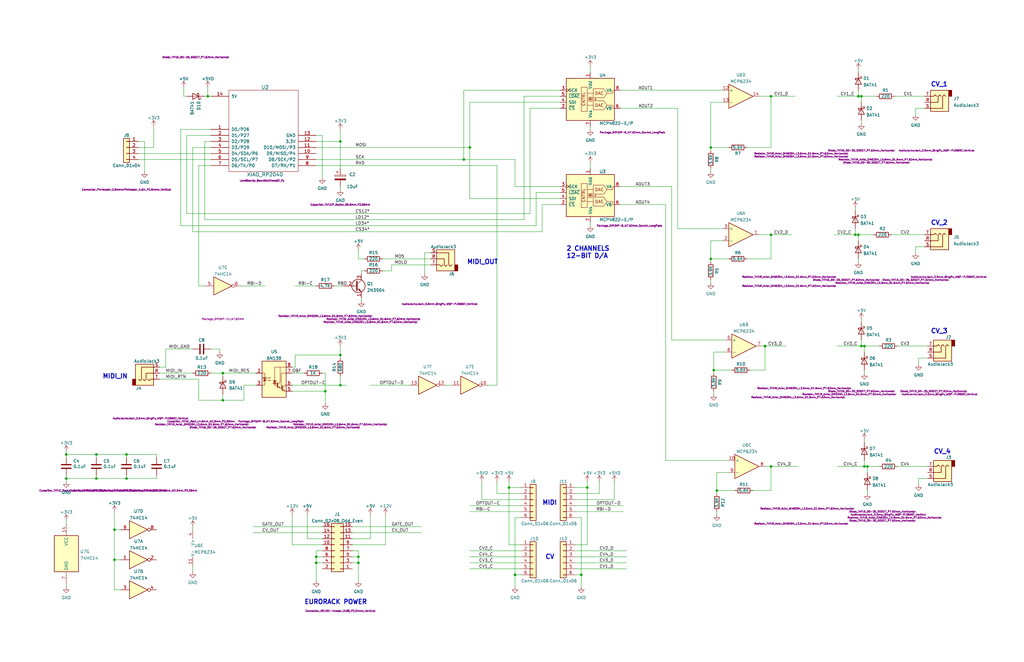
<source format=kicad_sch>
(kicad_sch (version 20211123) (generator eeschema)
  (paper "B")
  (title_block (title "SYNTH MIDI CONTROLLER") (date "2022-09-23") (rev "1") (company "LAND BOARDS LLC") (comment 1 "https://note.com/solder_state/n/n17e028497eba"))
  (junction (at 245.11 242.57))
  (junction (at 300.99 156.21))
  (junction (at 151.13 237.49))
  (junction (at 40.64 191.77))
  (junction (at 133.35 234.95))
  (junction (at 40.64 201.93))
  (junction (at 87.63 40.64))
  (junction (at 143.51 59.69))
  (junction (at 198.12 62.23))
  (junction (at 27.94 191.77))
  (junction (at 363.22 40.64))
  (junction (at 143.51 162.56))
  (junction (at 93.98 168.91))
  (junction (at 214.63 205.74))
  (junction (at 361.95 99.06))
  (junction (at 143.51 149.86))
  (junction (at 53.34 191.77))
  (junction (at 137.16 165.1))
  (junction (at 48.26 223.52))
  (junction (at 299.72 62.23))
  (junction (at 217.17 242.57))
  (junction (at 325.12 99.06))
  (junction (at 151.13 234.95))
  (junction (at 93.98 157.48))
  (junction (at 322.58 146.05))
  (junction (at 364.49 146.05))
  (junction (at 325.12 196.85))
  (junction (at 365.76 196.85))
  (junction (at 302.26 207.01))
  (junction (at 364.49 196.85))
  (junction (at 363.22 146.05))
  (junction (at 133.35 237.49))
  (junction (at 27.94 201.93))
  (junction (at 195.58 67.31))
  (junction (at 48.26 236.22))
  (junction (at 247.65 205.74))
  (junction (at 299.72 109.22))
  (junction (at 325.12 40.64))
  (junction (at 53.34 201.93))
  (junction (at 361.95 40.64))
  (junction (at 360.68 99.06))
  (wire (pts (xy 93.98 168.91) (xy 93.98 166.37)))
  (wire (pts (xy 283.21 78.74) (xy 283.21 143.51)))
  (wire (pts (xy 87.63 40.64) (xy 88.9 40.64)))
  (wire (pts (xy 88.9 57.15) (xy 78.74 57.15)))
  (wire (pts (xy 123.19 217.17) (xy 123.19 229.87)))
  (wire (pts (xy 151.13 234.95) (xy 151.13 237.49)))
  (wire (pts (xy 217.17 242.57) (xy 217.17 247.65)))
  (wire (pts (xy 48.26 236.22) (xy 50.8 236.22)))
  (wire (pts (xy 124.46 154.94) (xy 124.46 149.86)))
  (wire (pts (xy 377.19 40.64) (xy 389.89 40.64)))
  (wire (pts (xy 83.82 168.91) (xy 93.98 168.91)))
  (wire (pts (xy 133.35 59.69) (xy 143.51 59.69)))
  (wire (pts (xy 198.12 213.36) (xy 219.71 213.36)))
  (wire (pts (xy 148.59 229.87) (xy 162.56 229.87)))
  (wire (pts (xy 322.58 156.21) (xy 322.58 146.05)))
  (wire (pts (xy 308.61 156.21) (xy 300.99 156.21)))
  (wire (pts (xy 360.68 87.63) (xy 360.68 88.9)))
  (wire (pts (xy 60.96 59.69) (xy 60.96 72.39)))
  (wire (pts (xy 102.87 168.91) (xy 102.87 162.56)))
  (wire (pts (xy 261.62 86.36) (xy 280.67 86.36)))
  (wire (pts (xy 299.72 109.22) (xy 299.72 101.6)))
  (wire (pts (xy 53.34 191.77) (xy 66.04 191.77)))
  (wire (pts (xy 81.28 238.76) (xy 81.28 241.3)))
  (wire (pts (xy 364.49 146.05) (xy 364.49 148.59)))
  (wire (pts (xy 361.95 29.21) (xy 361.95 30.48)))
  (wire (pts (xy 40.64 201.93) (xy 27.94 201.93)))
  (wire (pts (xy 179.07 106.68) (xy 179.07 115.57)))
  (wire (pts (xy 93.98 168.91) (xy 102.87 168.91)))
  (wire (pts (xy 386.08 45.72) (xy 389.89 45.72)))
  (wire (pts (xy 101.6 120.65) (xy 111.76 120.65)))
  (wire (pts (xy 69.85 147.32) (xy 81.28 147.32)))
  (wire (pts (xy 198.12 215.9) (xy 219.71 215.9)))
  (wire (pts (xy 248.92 93.98) (xy 248.92 95.25)))
  (wire (pts (xy 325.12 196.85) (xy 336.55 196.85)))
  (wire (pts (xy 27.94 190.5) (xy 27.94 191.77)))
  (wire (pts (xy 242.57 205.74) (xy 247.65 205.74)))
  (wire (pts (xy 148.59 222.25) (xy 177.8 222.25)))
  (wire (pts (xy 27.94 191.77) (xy 27.94 193.04)))
  (wire (pts (xy 242.57 234.95) (xy 264.16 234.95)))
  (wire (pts (xy 214.63 205.74) (xy 219.71 205.74)))
  (wire (pts (xy 209.55 208.28) (xy 219.71 208.28)))
  (wire (pts (xy 151.13 105.41) (xy 151.13 109.22)))
  (wire (pts (xy 140.97 120.65) (xy 144.78 120.65)))
  (wire (pts (xy 86.36 40.64) (xy 87.63 40.64)))
  (wire (pts (xy 86.36 59.69) (xy 86.36 92.71)))
  (wire (pts (xy 27.94 246.38) (xy 27.94 247.65)))
  (wire (pts (xy 363.22 134.62) (xy 363.22 135.89)))
  (wire (pts (xy 261.62 78.74) (xy 283.21 78.74)))
  (wire (pts (xy 309.88 207.01) (xy 302.26 207.01)))
  (wire (pts (xy 307.34 109.22) (xy 299.72 109.22)))
  (wire (pts (xy 219.71 218.44) (xy 217.17 218.44)))
  (wire (pts (xy 386.08 106.68) (xy 386.08 104.14)))
  (wire (pts (xy 161.29 109.22) (xy 181.61 109.22)))
  (wire (pts (xy 387.35 153.67) (xy 387.35 151.13)))
  (wire (pts (xy 364.49 194.31) (xy 364.49 196.85)))
  (wire (pts (xy 247.65 205.74) (xy 247.65 229.87)))
  (wire (pts (xy 242.57 213.36) (xy 262.89 213.36)))
  (wire (pts (xy 242.57 210.82) (xy 259.08 210.82)))
  (wire (pts (xy 137.16 165.1) (xy 137.16 170.18)))
  (wire (pts (xy 162.56 217.17) (xy 162.56 229.87)))
  (wire (pts (xy 236.22 86.36) (xy 228.6 86.36)))
  (wire (pts (xy 322.58 146.05) (xy 331.47 146.05)))
  (wire (pts (xy 223.52 45.72) (xy 223.52 90.17)))
  (wire (pts (xy 123.19 154.94) (xy 124.46 154.94)))
  (wire (pts (xy 135.89 229.87) (xy 123.19 229.87)))
  (wire (pts (xy 361.95 99.06) (xy 361.95 101.6)))
  (wire (pts (xy 40.64 191.77) (xy 53.34 191.77)))
  (wire (pts (xy 78.74 57.15) (xy 78.74 90.17)))
  (wire (pts (xy 198.12 237.49) (xy 219.71 237.49)))
  (wire (pts (xy 77.47 36.83) (xy 77.47 40.64)))
  (wire (pts (xy 365.76 196.85) (xy 365.76 199.39)))
  (wire (pts (xy 317.5 207.01) (xy 325.12 207.01)))
  (wire (pts (xy 148.59 232.41) (xy 151.13 232.41)))
  (wire (pts (xy 365.76 196.85) (xy 370.84 196.85)))
  (wire (pts (xy 363.22 143.51) (xy 363.22 146.05)))
  (wire (pts (xy 48.26 236.22) (xy 48.26 248.92)))
  (wire (pts (xy 53.34 200.66) (xy 53.34 201.93)))
  (wire (pts (xy 387.35 151.13) (xy 391.16 151.13)))
  (wire (pts (xy 135.89 157.48) (xy 137.16 157.48)))
  (wire (pts (xy 86.36 59.69) (xy 88.9 59.69)))
  (wire (pts (xy 364.49 185.42) (xy 364.49 186.69)))
  (wire (pts (xy 48.26 215.9) (xy 48.26 223.52)))
  (wire (pts (xy 248.92 68.58) (xy 248.92 71.12)))
  (wire (pts (xy 299.72 118.11) (xy 299.72 119.38)))
  (wire (pts (xy 299.72 101.6) (xy 304.8 101.6)))
  (wire (pts (xy 66.04 201.93) (xy 53.34 201.93)))
  (wire (pts (xy 217.17 67.31) (xy 195.58 67.31)))
  (wire (pts (xy 217.17 218.44) (xy 217.17 242.57)))
  (wire (pts (xy 161.29 114.3) (xy 165.1 114.3)))
  (wire (pts (xy 77.47 40.64) (xy 78.74 40.64)))
  (wire (pts (xy 83.82 69.85) (xy 83.82 120.65)))
  (wire (pts (xy 106.68 222.25) (xy 135.89 222.25)))
  (wire (pts (xy 314.96 62.23) (xy 325.12 62.23)))
  (wire (pts (xy 321.31 146.05) (xy 322.58 146.05)))
  (wire (pts (xy 135.89 232.41) (xy 133.35 232.41)))
  (wire (pts (xy 102.87 162.56) (xy 107.95 162.56)))
  (wire (pts (xy 124.46 149.86) (xy 143.51 149.86)))
  (wire (pts (xy 386.08 48.26) (xy 386.08 45.72)))
  (wire (pts (xy 198.12 83.82) (xy 198.12 62.23)))
  (wire (pts (xy 387.35 204.47) (xy 387.35 201.93)))
  (wire (pts (xy 88.9 147.32) (xy 92.71 147.32)))
  (wire (pts (xy 50.8 248.92) (xy 48.26 248.92)))
  (wire (pts (xy 322.58 196.85) (xy 325.12 196.85)))
  (wire (pts (xy 143.51 149.86) (xy 143.51 151.13)))
  (wire (pts (xy 48.26 223.52) (xy 48.26 236.22)))
  (wire (pts (xy 353.06 40.64) (xy 361.95 40.64)))
  (wire (pts (xy 245.11 242.57) (xy 242.57 242.57)))
  (wire (pts (xy 124.46 120.65) (xy 133.35 120.65)))
  (wire (pts (xy 228.6 86.36) (xy 228.6 97.79)))
  (wire (pts (xy 198.12 232.41) (xy 219.71 232.41)))
  (wire (pts (xy 242.57 232.41) (xy 264.16 232.41)))
  (wire (pts (xy 135.89 227.33) (xy 129.54 227.33)))
  (wire (pts (xy 133.35 237.49) (xy 135.89 237.49)))
  (wire (pts (xy 363.22 40.64) (xy 363.22 43.18)))
  (wire (pts (xy 242.57 215.9) (xy 262.89 215.9)))
  (wire (pts (xy 299.72 43.18) (xy 304.8 43.18)))
  (wire (pts (xy 283.21 143.51) (xy 306.07 143.51)))
  (wire (pts (xy 93.98 157.48) (xy 93.98 158.75)))
  (wire (pts (xy 325.12 40.64) (xy 335.28 40.64)))
  (wire (pts (xy 280.67 86.36) (xy 280.67 194.31)))
  (wire (pts (xy 361.95 110.49) (xy 361.95 109.22)))
  (wire (pts (xy 242.57 237.49) (xy 264.16 237.49)))
  (wire (pts (xy 40.64 200.66) (xy 40.64 201.93)))
  (wire (pts (xy 151.13 109.22) (xy 153.67 109.22)))
  (wire (pts (xy 83.82 120.65) (xy 86.36 120.65)))
  (wire (pts (xy 58.42 59.69) (xy 60.96 59.69)))
  (wire (pts (xy 285.75 96.52) (xy 304.8 96.52)))
  (wire (pts (xy 66.04 200.66) (xy 66.04 201.93)))
  (wire (pts (xy 27.94 201.93) (xy 27.94 200.66)))
  (wire (pts (xy 133.35 67.31) (xy 195.58 67.31)))
  (wire (pts (xy 214.63 203.2) (xy 214.63 205.74)))
  (wire (pts (xy 363.22 40.64) (xy 369.57 40.64)))
  (wire (pts (xy 151.13 232.41) (xy 151.13 234.95)))
  (wire (pts (xy 242.57 240.03) (xy 264.16 240.03)))
  (wire (pts (xy 165.1 111.76) (xy 181.61 111.76)))
  (wire (pts (xy 299.72 62.23) (xy 299.72 63.5)))
  (wire (pts (xy 236.22 83.82) (xy 198.12 83.82)))
  (wire (pts (xy 53.34 201.93) (xy 40.64 201.93)))
  (wire (pts (xy 300.99 148.59) (xy 306.07 148.59)))
  (wire (pts (xy 133.35 69.85) (xy 209.55 69.85)))
  (wire (pts (xy 148.59 224.79) (xy 177.8 224.79)))
  (wire (pts (xy 220.98 92.71) (xy 220.98 40.64)))
  (wire (pts (xy 87.63 36.83) (xy 87.63 40.64)))
  (wire (pts (xy 58.42 64.77) (xy 88.9 64.77)))
  (wire (pts (xy 242.57 218.44) (xy 245.11 218.44)))
  (wire (pts (xy 179.07 106.68) (xy 181.61 106.68)))
  (wire (pts (xy 280.67 194.31) (xy 307.34 194.31)))
  (wire (pts (xy 325.12 99.06) (xy 334.01 99.06)))
  (wire (pts (xy 247.65 229.87) (xy 242.57 229.87)))
  (wire (pts (xy 325.12 62.23) (xy 325.12 40.64)))
  (wire (pts (xy 364.49 196.85) (xy 365.76 196.85)))
  (wire (pts (xy 299.72 71.12) (xy 299.72 72.39)))
  (wire (pts (xy 214.63 205.74) (xy 214.63 229.87)))
  (wire (pts (xy 88.9 157.48) (xy 93.98 157.48)))
  (wire (pts (xy 152.4 115.57) (xy 152.4 114.3)))
  (wire (pts (xy 302.26 199.39) (xy 307.34 199.39)))
  (wire (pts (xy 195.58 38.1) (xy 195.58 67.31)))
  (wire (pts (xy 133.35 232.41) (xy 133.35 234.95)))
  (wire (pts (xy 245.11 242.57) (xy 245.11 247.65)))
  (wire (pts (xy 143.51 162.56) (xy 143.51 158.75)))
  (wire (pts (xy 133.35 57.15) (xy 135.89 57.15)))
  (wire (pts (xy 261.62 38.1) (xy 304.8 38.1)))
  (wire (pts (xy 27.94 191.77) (xy 40.64 191.77)))
  (wire (pts (xy 252.73 203.2) (xy 252.73 208.28)))
  (wire (pts (xy 86.36 92.71) (xy 220.98 92.71)))
  (wire (pts (xy 325.12 207.01) (xy 325.12 196.85)))
  (wire (pts (xy 78.74 90.17) (xy 223.52 90.17)))
  (wire (pts (xy 81.28 222.25) (xy 81.28 223.52)))
  (wire (pts (xy 242.57 208.28) (xy 252.73 208.28)))
  (wire (pts (xy 198.12 43.18) (xy 236.22 43.18)))
  (wire (pts (xy 302.26 215.9) (xy 302.26 217.17)))
  (wire (pts (xy 217.17 78.74) (xy 217.17 67.31)))
  (wire (pts (xy 360.68 96.52) (xy 360.68 99.06)))
  (wire (pts (xy 143.51 80.01) (xy 143.51 78.74)))
  (wire (pts (xy 48.26 223.52) (xy 50.8 223.52)))
  (wire (pts (xy 220.98 40.64) (xy 236.22 40.64)))
  (wire (pts (xy 76.2 95.25) (xy 226.06 95.25)))
  (wire (pts (xy 361.95 40.64) (xy 363.22 40.64)))
  (wire (pts (xy 223.52 45.72) (xy 236.22 45.72)))
  (wire (pts (xy 248.92 53.34) (xy 248.92 54.61)))
  (wire (pts (xy 76.2 54.61) (xy 76.2 95.25)))
  (wire (pts (xy 300.99 156.21) (xy 300.99 148.59)))
  (wire (pts (xy 152.4 125.73) (xy 152.4 127)))
  (wire (pts (xy 67.31 154.94) (xy 69.85 154.94)))
  (wire (pts (xy 364.49 157.48) (xy 364.49 156.21)))
  (wire (pts (xy 133.35 237.49) (xy 133.35 245.11)))
  (wire (pts (xy 198.12 240.03) (xy 219.71 240.03)))
  (wire (pts (xy 325.12 109.22) (xy 325.12 99.06)))
  (wire (pts (xy 226.06 95.25) (xy 226.06 81.28)))
  (wire (pts (xy 361.95 99.06) (xy 368.3 99.06)))
  (wire (pts (xy 360.68 99.06) (xy 361.95 99.06)))
  (wire (pts (xy 198.12 234.95) (xy 219.71 234.95)))
  (wire (pts (xy 93.98 157.48) (xy 107.95 157.48)))
  (wire (pts (xy 314.96 109.22) (xy 325.12 109.22)))
  (wire (pts (xy 143.51 162.56) (xy 146.05 162.56)))
  (wire (pts (xy 156.21 227.33) (xy 156.21 217.17)))
  (wire (pts (xy 187.96 162.56) (xy 190.5 162.56)))
  (wire (pts (xy 245.11 218.44) (xy 245.11 242.57)))
  (wire (pts (xy 217.17 242.57) (xy 219.71 242.57)))
  (wire (pts (xy 247.65 205.74) (xy 247.65 203.2)))
  (wire (pts (xy 67.31 160.02) (xy 83.82 160.02)))
  (wire (pts (xy 363.22 52.07) (xy 363.22 50.8)))
  (wire (pts (xy 27.94 201.93) (xy 27.94 203.2)))
  (wire (pts (xy 387.35 201.93) (xy 391.16 201.93)))
  (wire (pts (xy 151.13 237.49) (xy 151.13 245.11)))
  (wire (pts (xy 363.22 146.05) (xy 364.49 146.05)))
  (wire (pts (xy 203.2 210.82) (xy 219.71 210.82)))
  (wire (pts (xy 316.23 156.21) (xy 322.58 156.21)))
  (wire (pts (xy 40.64 191.77) (xy 40.64 193.04)))
  (wire (pts (xy 378.46 196.85) (xy 391.16 196.85)))
  (wire (pts (xy 66.04 193.04) (xy 66.04 191.77)))
  (wire (pts (xy 137.16 157.48) (xy 137.16 165.1)))
  (wire (pts (xy 53.34 191.77) (xy 53.34 193.04)))
  (wire (pts (xy 156.21 162.56) (xy 172.72 162.56)))
  (wire (pts (xy 302.26 207.01) (xy 302.26 208.28)))
  (wire (pts (xy 81.28 62.23) (xy 88.9 62.23)))
  (wire (pts (xy 133.35 234.95) (xy 135.89 234.95)))
  (wire (pts (xy 92.71 147.32) (xy 92.71 148.59)))
  (wire (pts (xy 143.51 54.61) (xy 143.51 59.69)))
  (wire (pts (xy 299.72 109.22) (xy 299.72 110.49)))
  (wire (pts (xy 320.04 40.64) (xy 325.12 40.64)))
  (wire (pts (xy 83.82 160.02) (xy 83.82 168.91)))
  (wire (pts (xy 133.35 234.95) (xy 133.35 237.49)))
  (wire (pts (xy 148.59 237.49) (xy 151.13 237.49)))
  (wire (pts (xy 351.79 99.06) (xy 360.68 99.06)))
  (wire (pts (xy 106.68 224.79) (xy 135.89 224.79)))
  (wire (pts (xy 88.9 54.61) (xy 76.2 54.61)))
  (wire (pts (xy 143.51 146.05) (xy 143.51 149.86)))
  (wire (pts (xy 300.99 165.1) (xy 300.99 166.37)))
  (wire (pts (xy 214.63 229.87) (xy 219.71 229.87)))
  (wire (pts (xy 353.06 146.05) (xy 363.22 146.05)))
  (wire (pts (xy 259.08 210.82) (xy 259.08 203.2)))
  (wire (pts (xy 152.4 114.3) (xy 153.67 114.3)))
  (wire (pts (xy 302.26 207.01) (xy 302.26 199.39)))
  (wire (pts (xy 209.55 203.2) (xy 209.55 208.28)))
  (wire (pts (xy 123.19 165.1) (xy 137.16 165.1)))
  (wire (pts (xy 64.77 62.23) (xy 64.77 53.34)))
  (wire (pts (xy 353.06 196.85) (xy 364.49 196.85)))
  (wire (pts (xy 203.2 203.2) (xy 203.2 210.82)))
  (wire (pts (xy 165.1 114.3) (xy 165.1 111.76)))
  (wire (pts (xy 133.35 62.23) (xy 198.12 62.23)))
  (wire (pts (xy 135.89 57.15) (xy 135.89 74.93)))
  (wire (pts (xy 236.22 78.74) (xy 217.17 78.74)))
  (wire (pts (xy 378.46 146.05) (xy 391.16 146.05)))
  (wire (pts (xy 285.75 45.72) (xy 285.75 96.52)))
  (wire (pts (xy 320.04 99.06) (xy 325.12 99.06)))
  (wire (pts (xy 205.74 162.56) (xy 209.55 162.56)))
  (wire (pts (xy 386.08 104.14) (xy 389.89 104.14)))
  (wire (pts (xy 261.62 45.72) (xy 285.75 45.72)))
  (wire (pts (xy 148.59 227.33) (xy 156.21 227.33)))
  (wire (pts (xy 299.72 62.23) (xy 299.72 43.18)))
  (wire (pts (xy 129.54 227.33) (xy 129.54 217.17)))
  (wire (pts (xy 365.76 208.28) (xy 365.76 207.01)))
  (wire (pts (xy 58.42 62.23) (xy 64.77 62.23)))
  (wire (pts (xy 148.59 234.95) (xy 151.13 234.95)))
  (wire (pts (xy 58.42 67.31) (xy 88.9 67.31)))
  (wire (pts (xy 300.99 156.21) (xy 300.99 157.48)))
  (wire (pts (xy 209.55 69.85) (xy 209.55 162.56)))
  (wire (pts (xy 81.28 157.48) (xy 67.31 157.48)))
  (wire (pts (xy 226.06 81.28) (xy 236.22 81.28)))
  (wire (pts (xy 123.19 162.56) (xy 143.51 162.56)))
  (wire (pts (xy 88.9 69.85) (xy 83.82 69.85)))
  (wire (pts (xy 307.34 62.23) (xy 299.72 62.23)))
  (wire (pts (xy 69.85 154.94) (xy 69.85 147.32)))
  (wire (pts (xy 123.19 157.48) (xy 128.27 157.48)))
  (wire (pts (xy 364.49 146.05) (xy 370.84 146.05)))
  (wire (pts (xy 248.92 27.94) (xy 248.92 30.48)))
  (wire (pts (xy 143.51 71.12) (xy 143.51 59.69)))
  (wire (pts (xy 228.6 97.79) (xy 81.28 97.79)))
  (wire (pts (xy 361.95 38.1) (xy 361.95 40.64)))
  (wire (pts (xy 195.58 38.1) (xy 236.22 38.1)))
  (wire (pts (xy 81.28 97.79) (xy 81.28 62.23)))
  (wire (pts (xy 198.12 43.18) (xy 198.12 62.23)))
  (wire (pts (xy 27.94 219.71) (xy 27.94 220.98)))
  (wire (pts (xy 375.92 99.06) (xy 389.89 99.06)))
  (text "CV_1" (at 392.43 36.83 0) (effects (font (size 1.905 1.905) (thickness 0.381) bold) (justify left bottom)))
  (text "CV_3" (at 392.43 140.97 0) (effects (font (size 1.905 1.905) (thickness 0.381) bold) (justify left bottom)))
  (text "MIDI_IN" (at 43.18 160.02 0) (effects (font (size 1.905 1.905) (thickness 0.381) bold) (justify left bottom)))
  (text "2 CHANNELS\n12-BIT D/A" (at 238.76 109.22 0) (effects (font (size 1.905 1.905) (thickness 0.381) bold) (justify left bottom)))
  (text "MIDI_OUT" (at 196.85 111.76 0) (effects (font (size 1.905 1.905) (thickness 0.381) bold) (justify left bottom)))
  (text "MIDI" (at 228.6 213.36 0) (effects (font (size 1.905 1.905) (thickness 0.381) bold) (justify left bottom)))
  (text "CV" (at 229.87 236.22 0) (effects (font (size 1.905 1.905) (thickness 0.381) bold) (justify left bottom)))
  (text "CV_4" (at 393.7 191.77 0) (effects (font (size 1.905 1.905) (thickness 0.381) bold) (justify left bottom)))
  (text "CV_2" (at 392.43 95.25 0) (effects (font (size 1.905 1.905) (thickness 0.381) bold) (justify left bottom)))
  (text "EURORACK POWER" (at 128.27 255.27 0) (effects (font (size 1.905 1.905) (thickness 0.381) bold) (justify left bottom)))
  (label "CV3_C" (at 201.93 237.49 0))
  (label "CV4_C" (at 201.93 234.95 0))
  (label "RBI-C" (at 125.73 120.65 0))
  (label "CS34*" (at 149.86 97.79 0))
  (label "OPTOUT-D" (at 160.02 162.56 0))
  (label "OBF" (at 123.19 157.48 0))
  (label "CV4" (at 379.73 196.85 0))
  (label "CV3_C" (at 355.6 146.05 0))
  (label "CV2_D" (at 326.39 99.06 0))
  (label "CV1_D" (at 252.73 240.03 0))
  (label "MIDI_GND" (at 71.12 147.32 0))
  (label "AOUT1" (at 269.24 38.1 0))
  (label "GATE_OUT" (at 110.49 222.25 0))
  (label "MIDI_RTN" (at 69.85 160.02 0))
  (label "AOUT4" (at 267.97 86.36 0))
  (label "RXD" (at 149.86 69.85 0))
  (label "MIDI_IN" (at 69.85 157.48 0))
  (label "CV1_C" (at 354.33 40.64 0))
  (label "CV4_D" (at 252.73 234.95 0))
  (label "MIDI_RES" (at 96.52 157.48 0))
  (label "CV3" (at 379.73 146.05 0))
  (label "CV_OUT" (at 165.1 224.79 0))
  (label "AOUT3" (at 267.97 78.74 0))
  (label "RBI-D" (at 251.46 215.9 0))
  (label "LD12*" (at 149.86 92.71 0))
  (label "CV4_C" (at 355.6 196.85 0))
  (label "CV_OUT" (at 110.49 224.79 0))
  (label "AOUT2" (at 269.24 45.72 0))
  (label "MOSI" (at 149.86 62.23 0))
  (label "OPTOUT-D" (at 251.46 213.36 0))
  (label "CV3_D" (at 252.73 237.49 0))
  (label "CV4_D" (at 327.66 196.85 0))
  (label "CV3_D" (at 323.85 146.05 0))
  (label "SCK" (at 149.86 67.31 0))
  (label "CV1_C" (at 201.93 240.03 0))
  (label "MO5" (at 166.37 109.22 0))
  (label "CV1_D" (at 326.39 40.64 0))
  (label "CV1" (at 381 40.64 0))
  (label "CV2_C" (at 201.93 232.41 0))
  (label "OPTOUT-C" (at 200.66 213.36 0))
  (label "CV2" (at 379.73 99.06 0))
  (label "CS12*" (at 149.86 90.17 0))
  (label "GATE_OUT" (at 165.1 222.25 0))
  (label "RBO" (at 142.24 120.65 0))
  (label "OPTOUT-C" (at 127 162.56 0))
  (label "LD34*" (at 149.86 95.25 0))
  (label "CV2_C" (at 353.06 99.06 0))
  (label "RBI-C" (at 200.66 215.9 0))
  (label "RBI-D" (at 104.14 120.65 0))
  (label "CV2_D" (at 252.73 232.41 0))
  (label "MOLO" (at 166.37 111.76 0))
  (symbol (lib_id "power:GND") (at 135.89 74.93 0) (unit 1)
    (property "Reference" "#PWR0105" (effects hide))
    (property "Value" "GND" (at 135.89 79.4925 0))
  )
  (symbol (lib_id "Device:R") (at 313.69 207.01 90) (unit 1)
    (property "Reference" "R11" (at 313.69 204.47 90))
    (property "Value" "5.6K" (at 313.69 207.01 90))
    (property "Footprint" "Resistor_THT:R_Axial_DIN0204_L3.6mm_D1.6mm_P7.62mm_Horizontal" (at 337.82 220.98 90) (effects (font (size 0.762 0.762))))
    (property "Datasheet" "https://www.mouser.com/ProductDetail/Xicon/299-2.2K-RC?qs=QaPBMFBEHz3RDbXknTj%252ByA%3D%3D" (effects hide))
  )
  (symbol (lib_id "Device:R") (at 311.15 109.22 90) (unit 1)
    (property "Reference" "R6" (at 311.15 106.68 90))
    (property "Value" "5.6K" (at 311.15 109.22 90))
    (property "Footprint" "Resistor_THT:R_Axial_DIN0204_L3.6mm_D1.6mm_P7.62mm_Horizontal" (at 332.74 120.65 90) (effects (font (size 0.762 0.762))))
    (property "Datasheet" "https://www.mouser.com/ProductDetail/Xicon/299-2.2K-RC?qs=QaPBMFBEHz3RDbXknTj%252ByA%3D%3D" (effects hide))
  )
  (symbol (lib_id "power:+3.3V") (at 252.73 203.2 0) (unit 1)
    (property "Reference" "#PWR0133" (effects hide))
    (property "Value" "+3.3V" (at 252.73 199.5955 0))
  )
  (symbol (lib_id "74xx:74HC04") (at 180.34 162.56 0) (unit 6)
    (property "Reference" "U7" (at 180.34 154.7835 0))
    (property "Value" "74HC14" (at 180.34 157.5586 0))
    (property "Footprint" "Package_DIP:DIP-14_W7.62mm" (effects hide))
    (property "Datasheet" "https://www.mouser.com/ProductDetail/595-SN74HC14AN" (effects hide))
  )
  (symbol (lib_id "Device:D_Schottky") (at 361.95 105.41 270) (unit 1)
    (property "Reference" "D4" (at 363.982 104.184 90) (effects (justify left)))
    (property "Value" "BAT41" (at 363.982 106.9591 90) (effects (justify left)))
    (property "Footprint" "Diode_THT:D_DO-35_SOD27_P7.62mm_Horizontal" (at 386.08 118.11 90) (effects (font (size 0.762 0.762))))
  )
  (symbol (lib_id "power:+5V") (at 151.13 105.41 0) (unit 1)
    (property "Reference" "#PWR0107" (effects hide))
    (property "Value" "+5V" (at 151.13 101.8055 0))
  )
  (symbol (lib_id "Analog_DAC:MCP4822") (at 248.92 40.64 0) (unit 1)
    (property "Reference" "U4" (at 252.73 31.75 0) (effects (justify left)))
    (property "Value" "MCP4822-E/P" (at 252.73 52.07 0) (effects (justify left)))
    (property "Footprint" "Package_DIP:DIP-8_W7.62mm_Socket_LongPads" (at 266.7 55.88 0) (effects (font (size 0.762 0.762))))
    (property "Datasheet" "http://ww1.microchip.com/downloads/en/DeviceDoc/20002249B.pdf" (effects hide))
  )
  (symbol (lib_id "power:GND") (at 179.07 115.57 0) (unit 1)
    (property "Reference" "#PWR0136" (effects hide))
    (property "Value" "GND" (at 179.07 120.1325 0))
  )
  (symbol (lib_id "power:+5V") (at 363.22 134.62 0) (unit 1)
    (property "Reference" "#PWR0110" (effects hide))
    (property "Value" "+5V" (at 363.22 131.0155 0))
  )
  (symbol (lib_id "Analog_DAC:MCP4822") (at 248.92 81.28 0) (unit 1)
    (property "Reference" "U3" (at 252.73 72.39 0) (effects (justify left)))
    (property "Value" "MCP4822-E/P" (at 252.73 92.71 0) (effects (justify left)))
    (property "Footprint" "Package_DIP:DIP-8_W7.62mm_Socket_LongPads" (at 265.43 95.25 0) (effects (font (size 0.762 0.762))))
    (property "Datasheet" "http://ww1.microchip.com/downloads/en/DeviceDoc/20002249B.pdf" (effects hide))
  )
  (symbol (lib_id "Device:R") (at 85.09 157.48 90) (unit 1)
    (property "Reference" "R13" (at 85.09 154.94 90))
    (property "Value" "220" (at 85.09 157.48 90))
    (property "Footprint" "Resistor_THT:R_Axial_DIN0204_L3.6mm_D1.6mm_P7.62mm_Horizontal" (at 85.09 179.07 90) (effects (font (size 0.762 0.762))))
    (property "Datasheet" "https://www.mouser.com/ProductDetail/Xicon/299-2.2K-RC?qs=QaPBMFBEHz3RDbXknTj%252ByA%3D%3D" (effects hide))
  )
  (symbol (lib_id "power:GND") (at 133.35 245.11 0) (unit 1)
    (property "Reference" "#PWR0125" (effects hide))
    (property "Value" "GND" (at 133.35 249.6725 0))
  )
  (symbol (lib_id "Device:C") (at 85.09 147.32 90) (unit 1)
    (property "Reference" "C8" (at 86.36 143.51 90) (effects (justify left)))
    (property "Value" "0.1uF" (at 85.09 151.13 90))
    (property "Footprint" "Capacitor_THT:C_Rect_L4.0mm_W2.5mm_P2.50mm" (at 99.06 177.8 90) (effects (font (size 0.762 0.762)) (justify left)))
    (property "Datasheet" "https://www.mouser.com/ProductDetail/TDK/FG18X7R1H473KNT06?qs=qf2ddTMq67Ua7q%2FdN4IhqA%3D%3D" (effects hide))
  )
  (symbol (lib_id "Connector:AudioJack3") (at 186.69 109.22 0) (mirror y) (unit 1)
    (property "Reference" "J6" (at 189.23 115.57 0) (effects (justify right)))
    (property "Value" "AudioJack3" (at 181.61 104.14 0) (effects (justify right)))
    (property "Footprint" "AudioJacks:Jack_3.5mm_QingPu_WQP-PJ366ST_Vertical" (at 185.42 128.27 0) (effects (font (size 0.762 0.762))))
    (property "Datasheet" "https://www.mouser.com/ProductDetail/490-SJ1-3523N" (effects hide))
  )
  (symbol (lib_id "power:GND") (at 387.35 204.47 0) (unit 1)
    (property "Reference" "#PWR0131" (effects hide))
    (property "Value" "GND" (at 387.35 209.0325 0))
  )
  (symbol (lib_id "Connector_Generic:Conn_01x04") (at 53.34 62.23 0) (mirror y) (unit 1)
    (property "Reference" "J8" (at 53.34 57.15 0))
    (property "Value" "Conn_01x04" (at 53.34 69.85 0))
    (property "Footprint" "Connector_PinHeader_2.54mm:PinHeader_1x04_P2.54mm_Vertical" (at 53.34 80.01 0) (effects (font (size 0.762 0.762))))
  )
  (symbol (lib_id "Amplifier_Operational:MCP6004") (at 312.42 99.06 0) (unit 1)
    (property "Reference" "U6" (at 312.42 90.0135 0))
    (property "Value" "MCP6234" (at 312.42 92.7886 0))
    (property "Footprint" "Package_DIP:DIP-14_W7.62mm" (effects hide))
    (property "Datasheet" "http://ww1.microchip.com/downloads/en/DeviceDoc/21733j.pdf" (effects hide))
  )
  (symbol (lib_id "Amplifier_Operational:MCP6004") (at 83.82 231.14 0) (unit 5)
    (property "Reference" "U6" (at 81.915 230.2315 0) (effects (justify left)))
    (property "Value" "MCP6234" (at 81.915 233.0066 0) (effects (justify left)))
    (property "Footprint" "Package_DIP:DIP-14_W7.62mm" (effects hide))
    (property "Datasheet" "http://ww1.microchip.com/downloads/en/DeviceDoc/21733j.pdf" (effects hide))
  )
  (symbol (lib_id "power:GND") (at 300.99 166.37 0) (unit 1)
    (property "Reference" "#PWR0143" (effects hide))
    (property "Value" "GND" (at 300.99 170.9325 0))
  )
  (symbol (lib_id "Device:R") (at 157.48 114.3 90) (unit 1)
    (property "Reference" "R16" (at 157.48 111.76 90))
    (property "Value" "220" (at 157.48 114.3 90))
    (property "Footprint" "Resistor_THT:R_Axial_DIN0204_L3.6mm_D1.6mm_P7.62mm_Horizontal" (at 157.48 134.62 90) (effects (font (size 0.762 0.762))))
    (property "Datasheet" "https://www.mouser.com/ProductDetail/Xicon/299-2.2K-RC?qs=QaPBMFBEHz3RDbXknTj%252ByA%3D%3D" (effects hide))
  )
  (symbol (lib_id "Device:D_Schottky") (at 360.68 92.71 270) (unit 1)
    (property "Reference" "D3" (at 362.712 91.484 90) (effects (justify left)))
    (property "Value" "BAT41" (at 362.712 94.2591 90) (effects (justify left)))
    (property "Footprint" "Diode_THT:D_DO-35_SOD27_P7.62mm_Horizontal" (at 356.87 118.11 90) (effects (font (size 0.762 0.762))))
  )
  (symbol (lib_id "power:GND") (at 387.35 153.67 0) (unit 1)
    (property "Reference" "#PWR0112" (effects hide))
    (property "Value" "GND" (at 387.35 158.2325 0))
  )
  (symbol (lib_id "power:+5V") (at 360.68 87.63 0) (unit 1)
    (property "Reference" "#PWR0103" (effects hide))
    (property "Value" "+5V" (at 360.68 84.0255 0))
  )
  (symbol (lib_id "Connector_Generic:Conn_01x06") (at 224.79 210.82 0) (unit 1)
    (property "Reference" "J9" (at 223.52 203.2 0) (effects (justify left)))
    (property "Value" "Conn_01x06" (at 219.71 220.98 0) (effects (justify left)))
    (property "Footprint" "Connector_PinHeader_2.54mm:PinHeader_1x06_P2.54mm_Vertical" (effects hide))
  )
  (symbol (lib_id "power:GND") (at 248.92 95.25 0) (unit 1)
    (property "Reference" "#PWR0144" (effects hide))
    (property "Value" "GND" (at 248.92 99.8125 0))
  )
  (symbol (lib_id "Device:R") (at 374.65 146.05 90) (unit 1)
    (property "Reference" "R3" (at 374.65 143.51 90))
    (property "Value" "220" (at 374.65 146.05 90))
    (property "Footprint" "Resistor_THT:R_Axial_DIN0204_L3.6mm_D1.6mm_P7.62mm_Horizontal" (at 358.14 166.37 90) (effects (font (size 0.762 0.762))))
    (property "Datasheet" "https://www.mouser.com/ProductDetail/Xicon/299-2.2K-RC?qs=QaPBMFBEHz3RDbXknTj%252ByA%3D%3D" (effects hide))
  )
  (symbol (lib_id "Device:D_Schottky") (at 363.22 46.99 270) (unit 1)
    (property "Reference" "D2" (at 365.252 45.764 90) (effects (justify left)))
    (property "Value" "BAT41" (at 365.252 48.5391 90) (effects (justify left)))
    (property "Footprint" "Diode_THT:D_DO-35_SOD27_P7.62mm_Horizontal" (at 363.22 63.5 90) (effects (font (size 0.762 0.762))))
  )
  (symbol (lib_id "power:+5VD") (at 87.63 36.83 0) (unit 1)
    (property "Reference" "#PWR0119" (effects hide))
    (property "Value" "+5VD" (at 87.63 33.2255 0))
  )
  (symbol (lib_id "Device:C") (at 53.34 196.85 0) (unit 1)
    (property "Reference" "C6" (at 56.261 194.5386 0) (effects (justify left)))
    (property "Value" "0.1uF" (at 56.261 196.85 0) (effects (justify left)))
    (property "Footprint" "Capacitor_THT:C_Rect_L4.0mm_W2.5mm_P2.50mm" (at 41.91 207.01 0) (effects (font (size 0.762 0.762)) (justify left)))
    (property "Datasheet" "https://www.mouser.com/ProductDetail/TDK/FG18X7R1H473KNT06?qs=qf2ddTMq67Ua7q%2FdN4IhqA%3D%3D" (effects hide))
  )
  (symbol (lib_id "Connector:AudioJack3") (at 394.97 43.18 180) (unit 1)
    (property "Reference" "J7" (at 402.0819 41.6365 0) (effects (justify right)))
    (property "Value" "AudioJack3" (at 402.0819 44.4116 0) (effects (justify right)))
    (property "Footprint" "AudioJacks:Jack_3.5mm_QingPu_WQP-PJ366ST_Vertical" (at 394.97 63.5 0) (effects (font (size 0.762 0.762))))
    (property "Datasheet" "https://www.mouser.com/ProductDetail/490-SJ1-3523N" (effects hide))
  )
  (symbol (lib_id "power:+12V") (at 123.19 217.17 0) (unit 1)
    (property "Reference" "#PWR0129" (effects hide))
    (property "Value" "+12V" (at 123.19 213.5655 0))
  )
  (symbol (lib_id "Amplifier_Operational:MCP6004") (at 314.96 196.85 0) (unit 3)
    (property "Reference" "U6" (at 314.96 187.8035 0))
    (property "Value" "MCP6234" (at 314.96 190.5786 0))
    (property "Footprint" "Package_DIP:DIP-14_W7.62mm" (effects hide))
    (property "Datasheet" "http://ww1.microchip.com/downloads/en/DeviceDoc/21733j.pdf" (effects hide))
  )
  (symbol (lib_id "Transistor_BJT:2N3904") (at 149.86 120.65 0) (unit 1)
    (property "Reference" "Q1" (at 154.7113 119.7415 0) (effects (justify left)))
    (property "Value" "2N3904" (at 154.7113 122.5166 0) (effects (justify left)))
    (property "Footprint" "Package_TO_SOT_THT:TO-92_Inline" (effects hide))
    (property "Datasheet" "https://www.onsemi.com/pub/Collateral/2N3903-D.PDF" (effects hide))
  )
  (symbol (lib_id "Device:D_Schottky") (at 93.98 162.56 270) (unit 1)
    (property "Reference" "D9" (at 96.52 161.29 90) (effects (justify left)))
    (property "Value" "BAT41" (at 96.52 163.83 90) (effects (justify left)))
    (property "Footprint" "Diode_THT:D_DO-35_SOD27_P7.62mm_Horizontal" (at 93.98 180.34 90) (effects (font (size 0.762 0.762))))
  )
  (symbol (lib_id "Device:R") (at 311.15 62.23 90) (unit 1)
    (property "Reference" "R7" (at 311.15 64.77 90))
    (property "Value" "5.6K" (at 311.15 62.23 90))
    (property "Footprint" "Resistor_THT:R_Axial_DIN0204_L3.6mm_D1.6mm_P7.62mm_Horizontal" (at 337.82 66.04 90) (effects (font (size 0.762 0.762))))
    (property "Datasheet" "https://www.mouser.com/ProductDetail/Xicon/299-2.2K-RC?qs=QaPBMFBEHz3RDbXknTj%252ByA%3D%3D" (effects hide))
  )
  (symbol (lib_id "power:GND") (at 60.96 72.39 0) (unit 1)
    (property "Reference" "#PWR0108" (effects hide))
    (property "Value" "GND" (at 60.96 76.9525 0))
  )
  (symbol (lib_id "Device:C") (at 40.64 196.85 0) (unit 1)
    (property "Reference" "C5" (at 43.561 194.5386 0) (effects (justify left)))
    (property "Value" "0.1uF" (at 43.561 196.85 0) (effects (justify left)))
    (property "Footprint" "Capacitor_THT:C_Rect_L4.0mm_W2.5mm_P2.50mm" (at 29.21 207.01 0) (effects (font (size 0.762 0.762)) (justify left)))
    (property "Datasheet" "https://www.mouser.com/ProductDetail/TDK/FG18X7R1H473KNT06?qs=qf2ddTMq67Ua7q%2FdN4IhqA%3D%3D" (effects hide))
  )
  (symbol (lib_id "Device:R") (at 300.99 161.29 180) (unit 1)
    (property "Reference" "R9" (at 303.53 161.29 90))
    (property "Value" "3.9K" (at 300.99 161.29 90))
    (property "Footprint" "Resistor_THT:R_Axial_DIN0204_L3.6mm_D1.6mm_P7.62mm_Horizontal" (at 339.09 163.83 0) (effects (font (size 0.762 0.762))))
    (property "Datasheet" "https://www.mouser.com/ProductDetail/Xicon/299-2.2K-RC?qs=QaPBMFBEHz3RDbXknTj%252ByA%3D%3D" (effects hide))
  )
  (symbol (lib_id "Device:R") (at 157.48 109.22 270) (unit 1)
    (property "Reference" "R15" (at 157.48 106.68 90))
    (property "Value" "220" (at 157.48 109.22 90))
    (property "Footprint" "Resistor_THT:R_Axial_DIN0204_L3.6mm_D1.6mm_P7.62mm_Horizontal" (at 156.21 135.89 90) (effects (font (size 0.762 0.762))))
    (property "Datasheet" "https://www.mouser.com/ProductDetail/Xicon/299-2.2K-RC?qs=QaPBMFBEHz3RDbXknTj%252ByA%3D%3D" (effects hide))
  )
  (symbol (lib_id "Connector_Generic:Conn_01x06") (at 237.49 210.82 0) (mirror y) (unit 1)
    (property "Reference" "J11" (at 237.49 203.2 0))
    (property "Value" "Conn_01x06" (at 237.49 220.98 0))
    (property "Footprint" "Connector_PinHeader_2.54mm:PinHeader_1x06_P2.54mm_Vertical" (effects hide))
  )
  (symbol (lib_id "power:GND") (at 364.49 157.48 0) (unit 1)
    (property "Reference" "#PWR0113" (effects hide))
    (property "Value" "GND" (at 364.49 162.0425 0))
  )
  (symbol (lib_id "Device:R") (at 299.72 114.3 180) (unit 1)
    (property "Reference" "R5" (at 302.26 114.3 90))
    (property "Value" "3.9K" (at 299.72 114.3 90))
    (property "Footprint" "Resistor_THT:R_Axial_DIN0204_L3.6mm_D1.6mm_P7.62mm_Horizontal" (at 332.74 116.84 0) (effects (font (size 0.762 0.762))))
    (property "Datasheet" "https://www.mouser.com/ProductDetail/Xicon/299-2.2K-RC?qs=QaPBMFBEHz3RDbXknTj%252ByA%3D%3D" (effects hide))
  )
  (symbol (lib_id "power:GND") (at 302.26 217.17 0) (unit 1)
    (property "Reference" "#PWR0146" (effects hide))
    (property "Value" "GND" (at 302.26 221.7325 0))
  )
  (symbol (lib_id "Device:R") (at 143.51 154.94 180) (unit 1)
    (property "Reference" "R14" (at 140.97 154.94 90))
    (property "Value" "680" (at 143.51 154.94 90))
    (property "Footprint" "Resistor_THT:R_Axial_DIN0204_L3.6mm_D1.6mm_P7.62mm_Horizontal" (at 143.51 179.07 0) (effects (font (size 0.762 0.762))))
    (property "Datasheet" "https://www.mouser.com/ProductDetail/Xicon/299-2.2K-RC?qs=QaPBMFBEHz3RDbXknTj%252ByA%3D%3D" (effects hide))
  )
  (symbol (lib_id "power:GND") (at 27.94 247.65 0) (unit 1)
    (property "Reference" "#PWR0141" (effects hide))
    (property "Value" "GND" (at 27.94 252.2125 0))
  )
  (symbol (lib_id "Connector_Generic:Conn_01x06") (at 224.79 234.95 0) (unit 1)
    (property "Reference" "J10" (at 223.52 227.33 0) (effects (justify left)))
    (property "Value" "Conn_01x06" (at 219.71 245.11 0) (effects (justify left)))
    (property "Footprint" "Connector_PinHeader_2.54mm:PinHeader_1x06_P2.54mm_Vertical" (effects hide))
  )
  (symbol (lib_id "power:GND") (at 386.08 106.68 0) (unit 1)
    (property "Reference" "#PWR0102" (effects hide))
    (property "Value" "GND" (at 386.08 111.2425 0))
  )
  (symbol (lib_id "power:GND") (at 299.72 119.38 0) (unit 1)
    (property "Reference" "#PWR0109" (effects hide))
    (property "Value" "GND" (at 299.72 123.9425 0))
  )
  (symbol (lib_id "Connector:AudioJack3") (at 396.24 148.59 180) (unit 1)
    (property "Reference" "J2" (at 398.78 142.24 0) (effects (justify right)))
    (property "Value" "AudioJack3" (at 391.16 153.67 0) (effects (justify right)))
    (property "Footprint" "AudioJacks:Jack_3.5mm_QingPu_WQP-PJ366ST_Vertical" (at 396.24 166.37 0) (effects (font (size 0.762 0.762))))
    (property "Datasheet" "https://www.mouser.com/ProductDetail/490-SJ1-3523N" (effects hide))
  )
  (symbol (lib_id "74xx:74HC04") (at 58.42 248.92 0) (unit 2)
    (property "Reference" "U7" (at 58.42 241.1435 0))
    (property "Value" "74HC14" (at 58.42 243.9186 0))
    (property "Footprint" "Package_DIP:DIP-14_W7.62mm" (effects hide))
    (property "Datasheet" "https://www.mouser.com/ProductDetail/595-SN74HC14AN" (effects hide))
  )
  (symbol (lib_id "Device:R") (at 374.65 196.85 90) (unit 1)
    (property "Reference" "R4" (at 374.65 194.31 90))
    (property "Value" "220" (at 374.65 196.85 90))
    (property "Footprint" "Resistor_THT:R_Axial_DIN0204_L3.6mm_D1.6mm_P7.62mm_Horizontal" (at 377.19 218.44 90) (effects (font (size 0.762 0.762))))
    (property "Datasheet" "https://www.mouser.com/ProductDetail/Xicon/299-2.2K-RC?qs=QaPBMFBEHz3RDbXknTj%252ByA%3D%3D" (effects hide))
  )
  (symbol (lib_id "power:+5V") (at 77.47 36.83 0) (unit 1)
    (property "Reference" "#PWR0118" (effects hide))
    (property "Value" "+5V" (at 77.47 33.2255 0))
  )
  (symbol (lib_id "Device:R") (at 299.72 67.31 180) (unit 1)
    (property "Reference" "R8" (at 302.26 67.31 90))
    (property "Value" "3.9K" (at 299.72 67.31 90))
    (property "Footprint" "Resistor_THT:R_Axial_DIN0204_L3.6mm_D1.6mm_P7.62mm_Horizontal" (at 337.82 64.77 0) (effects (font (size 0.762 0.762))))
    (property "Datasheet" "https://www.mouser.com/ProductDetail/Xicon/299-2.2K-RC?qs=QaPBMFBEHz3RDbXknTj%252ByA%3D%3D" (effects hide))
  )
  (symbol (lib_id "Device:C") (at 27.94 196.85 0) (unit 1)
    (property "Reference" "C4" (at 30.861 194.5386 0) (effects (justify left)))
    (property "Value" "0.1uF" (at 30.861 196.85 0) (effects (justify left)))
    (property "Footprint" "Capacitor_THT:C_Rect_L4.0mm_W2.5mm_P2.50mm" (at 16.51 207.01 0) (effects (font (size 0.762 0.762)) (justify left)))
    (property "Datasheet" "https://www.mouser.com/ProductDetail/TDK/FG18X7R1H473KNT06?qs=qf2ddTMq67Ua7q%2FdN4IhqA%3D%3D" (effects hide))
  )
  (symbol (lib_id "power:GND") (at 137.16 170.18 0) (unit 1)
    (property "Reference" "#PWR0137" (effects hide))
    (property "Value" "GND" (at 137.16 174.7425 0))
  )
  (symbol (lib_id "power:+3.3V") (at 64.77 53.34 0) (unit 1)
    (property "Reference" "#PWR0111" (effects hide))
    (property "Value" "+3.3V" (at 64.77 49.7355 0))
  )
  (symbol (lib_id "power:+5V") (at 214.63 203.2 0) (unit 1)
    (property "Reference" "#PWR0152" (effects hide))
    (property "Value" "+5V" (at 214.63 199.5955 0))
  )
  (symbol (lib_id "power:+3.3V") (at 27.94 190.5 0) (unit 1)
    (property "Reference" "#PWR0148" (effects hide))
    (property "Value" "+3.3V" (at 27.94 186.8955 0))
  )
  (symbol (lib_id "Device:D_Schottky") (at 82.55 40.64 180) (unit 1)
    (property "Reference" "D10" (at 83.776 42.672 90) (effects (justify left)))
    (property "Value" "BAT41" (at 81.0009 42.672 90) (effects (justify left)))
    (property "Footprint" "Diode_THT:D_DO-35_SOD27_P7.62mm_Horizontal" (at 82.55 24.13 0) (effects (font (size 0.762 0.762))))
  )
  (symbol (lib_id "power:GND") (at 152.4 127 0) (mirror y) (unit 1)
    (property "Reference" "#PWR0106" (effects hide))
    (property "Value" "GND" (at 152.4 131.5625 0))
  )
  (symbol (lib_id "74xx:74HC04") (at 58.42 223.52 0) (unit 4)
    (property "Reference" "U7" (at 58.42 215.7435 0))
    (property "Value" "74HC14" (at 58.42 218.5186 0))
    (property "Footprint" "Package_DIP:DIP-14_W7.62mm" (effects hide))
    (property "Datasheet" "https://www.mouser.com/ProductDetail/595-SN74HC14AN" (effects hide))
  )
  (symbol (lib_id "power:+5VD") (at 259.08 203.2 0) (unit 1)
    (property "Reference" "#PWR?" (effects hide))
    (property "Value" "+5VD" (at 259.08 199.5955 0))
  )
  (symbol (lib_id "74xx:74HC04") (at 58.42 236.22 0) (unit 1)
    (property "Reference" "U7" (at 58.42 228.4435 0))
    (property "Value" "74HC14" (at 58.42 231.2186 0))
    (property "Footprint" "Package_DIP:DIP-14_W7.62mm" (effects hide))
    (property "Datasheet" "https://www.mouser.com/ProductDetail/595-SN74HC14AN" (effects hide))
  )
  (symbol (lib_id "Device:C_Polarized") (at 143.51 74.93 0) (unit 1)
    (property "Reference" "C2" (at 148.59 73.66 0))
    (property "Value" "10uF" (at 148.59 78.74 0))
    (property "Footprint" "Capacitor_THT:CP_Radial_D5.0mm_P2.50mm" (at 143.51 86.36 0) (effects (font (size 0.762 0.762))))
    (property "Datasheet" "https://www.mouser.com/ProductDetail/140-REA470M1CBK0511P" (effects hide))
  )
  (symbol (lib_id "Amplifier_Operational:MCP6004") (at 313.69 146.05 0) (unit 2)
    (property "Reference" "U6" (at 313.69 137.0035 0))
    (property "Value" "MCP6234" (at 313.69 139.7786 0))
    (property "Footprint" "Package_DIP:DIP-14_W7.62mm" (effects hide))
    (property "Datasheet" "http://ww1.microchip.com/downloads/en/DeviceDoc/21733j.pdf" (effects hide))
  )
  (symbol (lib_id "Device:R") (at 302.26 212.09 180) (unit 1)
    (property "Reference" "R12" (at 304.8 212.09 90))
    (property "Value" "3.9K" (at 302.26 212.09 90))
    (property "Footprint" "Resistor_THT:R_Axial_DIN0204_L3.6mm_D1.6mm_P7.62mm_Horizontal" (at 340.36 214.63 0) (effects (font (size 0.762 0.762))))
    (property "Datasheet" "https://www.mouser.com/ProductDetail/Xicon/299-2.2K-RC?qs=QaPBMFBEHz3RDbXknTj%252ByA%3D%3D" (effects hide))
  )
  (symbol (lib_id "power:GND") (at 143.51 80.01 0) (unit 1)
    (property "Reference" "#PWR0104" (effects hide))
    (property "Value" "GND" (at 143.51 84.5725 0))
  )
  (symbol (lib_id "power:GND") (at 363.22 52.07 0) (unit 1)
    (property "Reference" "#PWR0120" (effects hide))
    (property "Value" "GND" (at 363.22 56.6325 0))
  )
  (symbol (lib_id "power:+3.3V") (at 209.55 203.2 0) (unit 1)
    (property "Reference" "#PWR0151" (effects hide))
    (property "Value" "+3.3V" (at 209.55 199.5955 0))
  )
  (symbol (lib_id "power:GND") (at 151.13 245.11 0) (unit 1)
    (property "Reference" "#PWR0124" (effects hide))
    (property "Value" "GND" (at 151.13 249.6725 0))
  )
  (symbol (lib_id "power:+5V") (at 247.65 203.2 0) (unit 1)
    (property "Reference" "#PWR0134" (effects hide))
    (property "Value" "+5V" (at 247.65 199.5955 0))
  )
  (symbol (lib_id "power:+3.3V") (at 248.92 27.94 0) (unit 1)
    (property "Reference" "#PWR0139" (effects hide))
    (property "Value" "+3.3V" (at 248.92 24.13 0))
  )
  (symbol (lib_id "Connector:AudioJack3") (at 396.24 199.39 180) (unit 1)
    (property "Reference" "J3" (at 398.78 193.04 0) (effects (justify right)))
    (property "Value" "AudioJack3" (at 391.16 204.47 0) (effects (justify right)))
    (property "Footprint" "AudioJacks:Jack_3.5mm_QingPu_WQP-PJ366ST_Vertical" (at 374.65 217.17 0) (effects (font (size 0.762 0.762))))
    (property "Datasheet" "https://www.mouser.com/ProductDetail/490-SJ1-3523N" (effects hide))
  )
  (symbol (lib_id "power:+5V") (at 129.54 217.17 0) (unit 1)
    (property "Reference" "#PWR0128" (effects hide))
    (property "Value" "+5V" (at 129.54 213.5655 0))
  )
  (symbol (lib_id "Device:R") (at 372.11 99.06 90) (unit 1)
    (property "Reference" "R2" (at 372.11 96.52 90))
    (property "Value" "220" (at 372.11 99.06 90))
    (property "Footprint" "Resistor_THT:R_Axial_DIN0204_L3.6mm_D1.6mm_P7.62mm_Horizontal" (at 372.11 119.38 90) (effects (font (size 0.762 0.762))))
    (property "Datasheet" "https://www.mouser.com/ProductDetail/Xicon/299-2.2K-RC?qs=QaPBMFBEHz3RDbXknTj%252ByA%3D%3D" (effects hide))
  )
  (symbol (lib_id "power:GND") (at 248.92 54.61 0) (unit 1)
    (property "Reference" "#PWR0140" (effects hide))
    (property "Value" "GND" (at 248.92 59.1725 0))
  )
  (symbol (lib_id "Amplifier_Operational:MCP6004") (at 312.42 40.64 0) (unit 4)
    (property "Reference" "U6" (at 312.42 31.5935 0))
    (property "Value" "MCP6234" (at 312.42 34.3686 0))
    (property "Footprint" "Package_DIP:DIP-14_W7.62mm" (effects hide))
    (property "Datasheet" "http://ww1.microchip.com/downloads/en/DeviceDoc/21733j.pdf" (effects hide))
  )
  (symbol (lib_id "74xx:74HC04") (at 27.94 233.68 0) (mirror y) (unit 7)
    (property "Reference" "U7" (at 33.782 232.7715 0) (effects (justify right)))
    (property "Value" "74HC14" (at 33.782 235.5466 0) (effects (justify right)))
    (property "Footprint" "Package_DIP:DIP-14_W7.62mm" (effects hide))
    (property "Datasheet" "https://www.mouser.com/ProductDetail/595-SN74HC14AN" (effects hide))
  )
  (symbol (lib_id "power:+3.3V") (at 27.94 219.71 0) (unit 1)
    (property "Reference" "#PWR0132" (effects hide))
    (property "Value" "+3.3V" (at 27.94 216.1055 0))
  )
  (symbol (lib_id "power:GND") (at 217.17 247.65 0) (unit 1)
    (property "Reference" "#PWR0150" (effects hide))
    (property "Value" "GND" (at 217.17 252.2125 0))
  )
  (symbol (lib_id "Device:R") (at 312.42 156.21 90) (unit 1)
    (property "Reference" "R10" (at 312.42 153.67 90))
    (property "Value" "5.6K" (at 312.42 156.21 90))
    (property "Footprint" "Resistor_THT:R_Axial_DIN0204_L3.6mm_D1.6mm_P7.62mm_Horizontal" (at 336.55 167.64 90) (effects (font (size 0.762 0.762))))
    (property "Datasheet" "https://www.mouser.com/ProductDetail/Xicon/299-2.2K-RC?qs=QaPBMFBEHz3RDbXknTj%252ByA%3D%3D" (effects hide))
  )
  (symbol (lib_id "Device:D_Schottky") (at 365.76 203.2 270) (unit 1)
    (property "Reference" "D8" (at 367.792 201.974 90) (effects (justify left)))
    (property "Value" "BAT41" (at 367.792 204.7491 90) (effects (justify left)))
    (property "Footprint" "Diode_THT:D_DO-35_SOD27_P7.62mm_Horizontal" (at 372.11 219.71 90) (effects (font (size 0.762 0.762))))
  )
  (symbol (lib_id "power:GND") (at 365.76 208.28 0) (unit 1)
    (property "Reference" "#PWR0115" (effects hide))
    (property "Value" "GND" (at 365.76 212.8425 0))
  )
  (symbol (lib_id "Device:D_Schottky") (at 364.49 152.4 270) (unit 1)
    (property "Reference" "D6" (at 366.522 151.174 90) (effects (justify left)))
    (property "Value" "BAT41" (at 366.522 153.9491 90) (effects (justify left)))
    (property "Footprint" "Diode_THT:D_DO-35_SOD27_P7.62mm_Horizontal" (at 393.7 165.1 90) (effects (font (size 0.762 0.762))))
  )
  (symbol (lib_id "74xx:74HC04") (at 198.12 162.56 0) (unit 5)
    (property "Reference" "U7" (at 198.12 154.7835 0))
    (property "Value" "74HC14" (at 198.12 157.5586 0))
    (property "Footprint" "Package_DIP:DIP-14_W7.62mm" (effects hide))
    (property "Datasheet" "https://www.mouser.com/ProductDetail/595-SN74HC14AN" (effects hide))
  )
  (symbol (lib_id "power:+12V") (at 162.56 217.17 0) (unit 1)
    (property "Reference" "#PWR0130" (effects hide))
    (property "Value" "+12V" (at 162.56 213.5655 0))
  )
  (symbol (lib_id "74xx:74HC04") (at 93.98 120.65 0) (unit 3)
    (property "Reference" "U7" (at 93.98 112.8735 0))
    (property "Value" "74HC14" (at 93.98 115.6486 0))
    (property "Footprint" "Package_DIP:DIP-14_W7.62mm" (at 93.98 134.62 0) (effects (font (size 0.762 0.762))))
    (property "Datasheet" "https://www.mouser.com/ProductDetail/595-SN74HC14AN" (effects hide))
  )
  (symbol (lib_id "Device:R") (at 373.38 40.64 90) (unit 1)
    (property "Reference" "R1" (at 373.38 38.1 90))
    (property "Value" "220" (at 373.38 40.64 90))
    (property "Footprint" "Resistor_THT:R_Axial_DIN0204_L3.6mm_D1.6mm_P7.62mm_Horizontal" (at 373.38 67.31 90) (effects (font (size 0.762 0.762))))
    (property "Datasheet" "https://www.mouser.com/ProductDetail/Xicon/299-2.2K-RC?qs=QaPBMFBEHz3RDbXknTj%252ByA%3D%3D" (effects hide))
  )
  (symbol (lib_id "power:GND") (at 27.94 203.2 0) (unit 1)
    (property "Reference" "#PWR0147" (effects hide))
    (property "Value" "GND" (at 27.94 207.7625 0))
  )
  (symbol (lib_id "power:+3.3V") (at 143.51 146.05 0) (unit 1)
    (property "Reference" "#PWR0138" (effects hide))
    (property "Value" "+3.3V" (at 143.51 142.4455 0))
  )
  (symbol (lib_id "power:+5V") (at 156.21 217.17 0) (unit 1)
    (property "Reference" "#PWR0127" (effects hide))
    (property "Value" "+5V" (at 156.21 213.5655 0))
  )
  (symbol (lib_id "Device:R") (at 137.16 120.65 270) (mirror x) (unit 1)
    (property "Reference" "R17" (at 137.16 118.11 90))
    (property "Value" "4.7K" (at 137.16 120.65 90))
    (property "Footprint" "Resistor_THT:R_Axial_DIN0204_L3.6mm_D1.6mm_P7.62mm_Horizontal" (at 137.16 133.35 90) (effects (font (size 0.762 0.762))))
    (property "Datasheet" "https://www.mouser.com/ProductDetail/Xicon/299-2.2K-RC?qs=QaPBMFBEHz3RDbXknTj%252ByA%3D%3D" (effects hide))
  )
  (symbol (lib_id "power:+5V") (at 361.95 29.21 0) (unit 1)
    (property "Reference" "#PWR0117" (effects hide))
    (property "Value" "+5V" (at 361.95 25.6055 0))
  )
  (symbol (lib_id "power:+3.3V") (at 248.92 68.58 0) (unit 1)
    (property "Reference" "#PWR0145" (effects hide))
    (property "Value" "+3.3V" (at 248.92 64.77 0))
  )
  (symbol (lib_id "Device:C") (at 66.04 196.85 0) (unit 1)
    (property "Reference" "C7" (at 68.961 194.5386 0) (effects (justify left)))
    (property "Value" "0.1uF" (at 68.961 196.85 0) (effects (justify left)))
    (property "Footprint" "Capacitor_THT:C_Rect_L4.0mm_W2.5mm_P2.50mm" (at 54.61 207.01 0) (effects (font (size 0.762 0.762)) (justify left)))
    (property "Datasheet" "https://www.mouser.com/ProductDetail/TDK/FG18X7R1H473KNT06?qs=qf2ddTMq67Ua7q%2FdN4IhqA%3D%3D" (effects hide))
  )
  (symbol (lib_id "power:GND") (at 92.71 148.59 0) (unit 1)
    (property "Reference" "#PWR0149" (effects hide))
    (property "Value" "GND" (at 92.71 153.1525 0))
  )
  (symbol (lib_id "power:GND") (at 81.28 241.3 0) (unit 1)
    (property "Reference" "#PWR0121" (effects hide))
    (property "Value" "GND" (at 81.28 245.8625 0))
  )
  (symbol (lib_id "power:GND") (at 386.08 48.26 0) (unit 1)
    (property "Reference" "#PWR0114" (effects hide))
    (property "Value" "GND" (at 386.08 52.8225 0))
  )
  (symbol (lib_id "power:GND") (at 361.95 110.49 0) (unit 1)
    (property "Reference" "#PWR0101" (effects hide))
    (property "Value" "GND" (at 361.95 115.0525 0))
  )
  (symbol (lib_id "Connector:AudioJack3") (at 394.97 101.6 180) (unit 1)
    (property "Reference" "J5" (at 402.0819 100.0565 0) (effects (justify right)))
    (property "Value" "AudioJack3" (at 402.0819 102.8316 0) (effects (justify right)))
    (property "Footprint" "AudioJacks:Jack_3.5mm_QingPu_WQP-PJ366ST_Vertical" (at 400.05 116.84 0) (effects (font (size 0.762 0.762))))
    (property "Datasheet" "https://www.mouser.com/ProductDetail/490-SJ1-3523N" (effects hide))
  )
  (symbol (lib_id "Connector_Generic:Conn_02x08_Odd_Even") (at 143.51 232.41 180) (unit 1)
    (property "Reference" "J1" (at 142.24 217.0135 0))
    (property "Value" "Conn_02x08_Odd_Even" (at 142.24 219.7886 0))
    (property "Footprint" "Connector_IDC:IDC-Header_2x08_P2.54mm_Vertical" (at 143.51 257.81 0) (effects (font (size 0.762 0.762) bold)))
  )
  (symbol (lib_id "power:GND") (at 245.11 247.65 0) (unit 1)
    (property "Reference" "#PWR0135" (effects hide))
    (property "Value" "GND" (at 245.11 252.2125 0))
  )
  (symbol (lib_id "power:+3.3V") (at 143.51 54.61 0) (unit 1)
    (property "Reference" "#PWR0123" (effects hide))
    (property "Value" "+3.3V" (at 143.51 51.0055 0))
  )
  (symbol (lib_id "power:GND") (at 299.72 72.39 0) (unit 1)
    (property "Reference" "#PWR0122" (effects hide))
    (property "Value" "GND" (at 299.72 76.9525 0))
  )
  (symbol (lib_id "Device:D_Schottky") (at 363.22 139.7 270) (unit 1)
    (property "Reference" "D5" (at 365.252 138.474 90) (effects (justify left)))
    (property "Value" "BAT41" (at 365.252 141.2491 90) (effects (justify left)))
    (property "Footprint" "Diode_THT:D_DO-35_SOD27_P7.62mm_Horizontal" (at 363.22 165.1 90) (effects (font (size 0.762 0.762))))
  )
  (symbol (lib_id "Device:D_Schottky") (at 364.49 190.5 270) (unit 1)
    (property "Reference" "D7" (at 366.522 189.274 90) (effects (justify left)))
    (property "Value" "BAT41" (at 366.522 192.0491 90) (effects (justify left)))
    (property "Footprint" "Diode_THT:D_DO-35_SOD27_P7.62mm_Horizontal" (at 372.11 215.9 90) (effects (font (size 0.762 0.762))))
  )
  (symbol (lib_id "Device:R") (at 132.08 157.48 90) (unit 1)
    (property "Reference" "R18" (at 132.08 154.94 90))
    (property "Value" "1K" (at 132.08 157.48 90))
    (property "Footprint" "Resistor_THT:R_Axial_DIN0204_L3.6mm_D1.6mm_P7.62mm_Horizontal" (at 132.08 180.34 90) (effects (font (size 0.762 0.762))))
    (property "Datasheet" "https://www.mouser.com/ProductDetail/Xicon/299-2.2K-RC?qs=QaPBMFBEHz3RDbXknTj%252ByA%3D%3D" (effects hide))
  )
  (symbol (lib_id "power:+5V") (at 81.28 222.25 0) (unit 1)
    (property "Reference" "#PWR0116" (effects hide))
    (property "Value" "+5V" (at 81.28 218.6455 0))
  )
  (symbol (lib_id "power:+3.3V") (at 48.26 215.9 0) (unit 1)
    (property "Reference" "#PWR0142" (effects hide))
    (property "Value" "+3.3V" (at 48.26 212.2955 0))
  )
  (symbol (lib_id "power:+5V") (at 364.49 185.42 0) (unit 1)
    (property "Reference" "#PWR0126" (effects hide))
    (property "Value" "+5V" (at 364.49 181.8155 0))
  )
  (symbol (lib_id "Connector:AudioJack3") (at 62.23 157.48 0) (unit 1)
    (property "Reference" "J4" (at 59.69 163.83 0) (effects (justify right)))
    (property "Value" "AudioJack3" (at 67.31 152.4 0) (effects (justify right)))
    (property "Footprint" "AudioJacks:Jack_3.5mm_QingPu_WQP-PJ366ST_Vertical" (at 63.5 176.53 0) (effects (font (size 0.762 0.762))))
    (property "Datasheet" "https://www.mouser.com/ProductDetail/490-SJ1-3523N" (effects hide))
  )
  (symbol (lib_id "LandBoards_Cards:XIAO_RP2040") (at 111.76 62.23 0) (unit 1)
    (property "Reference" "U2" (at 111.76 36.83 0) (effects (font (size 1.524 1.524))))
    (property "Value" "XIAO_RP2040" (at 111.76 73.66 0) (effects (font (size 1.524 1.524))))
    (property "Footprint" "LandBoards_BoardOutlines:QT_Py" (at 110.49 76.2 0) (effects (font (size 0.762 0.762))))
  )
  (symbol (lib_id "Connector_Generic:Conn_01x06") (at 237.49 234.95 0) (mirror y) (unit 1)
    (property "Reference" "J12" (at 237.49 227.33 0))
    (property "Value" "Conn_01x06" (at 237.49 245.11 0))
    (property "Footprint" "Connector_PinHeader_2.54mm:PinHeader_1x06_P2.54mm_Vertical" (effects hide))
  )
  (symbol (lib_id "Device:D_Schottky") (at 361.95 34.29 270) (unit 1)
    (property "Reference" "D1" (at 363.982 33.064 90) (effects (justify left)))
    (property "Value" "BAT41" (at 363.982 35.8391 90) (effects (justify left)))
    (property "Footprint" "Diode_THT:D_DO-35_SOD27_P7.62mm_Horizontal" (at 369.57 68.58 90) (effects (font (size 0.762 0.762))))
  )
  (symbol (lib_id "Isolator:6N138") (at 115.57 160.02 0) (unit 1)
    (property "Reference" "U5" (at 115.57 148.4335 0))
    (property "Value" "6N138" (at 115.57 151.2086 0))
    (property "Footprint" "Package_DIP:DIP-8_W7.62mm_Socket_LongPads" (at 114.3 177.8 0) (effects (font (size 0.762 0.762))))
    (property "Datasheet" "http://www.onsemi.com/pub/Collateral/HCPL2731-D.pdf" (effects hide))
  )
  (symbol (lib_id "power:+5VD") (at 203.2 203.2 0) (unit 1)
    (property "Reference" "#PWR?" (effects hide))
    (property "Value" "+5VD" (at 203.2 199.5955 0))
  )
)
</source>
